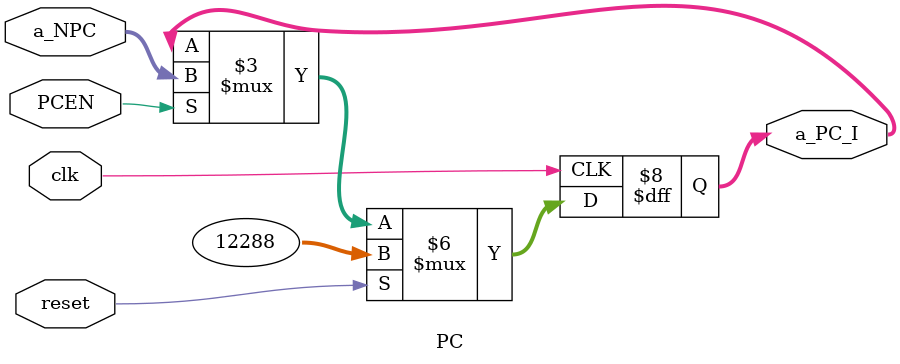
<source format=v>
`timescale 1ns / 1ps
`define PC_DEFAULT	32'h0000_3000
module PC(
        input clk, reset, 
        input PCEN,

        input [31:0] a_NPC,

        output reg [31:0] a_PC_I
    );

    initial a_PC_I = `PC_DEFAULT;

    always @(posedge clk) begin
        if(reset) begin
            a_PC_I <= `PC_DEFAULT;
        end
        else if (PCEN) begin
            a_PC_I <= a_NPC;
        end
    end
endmodule

</source>
